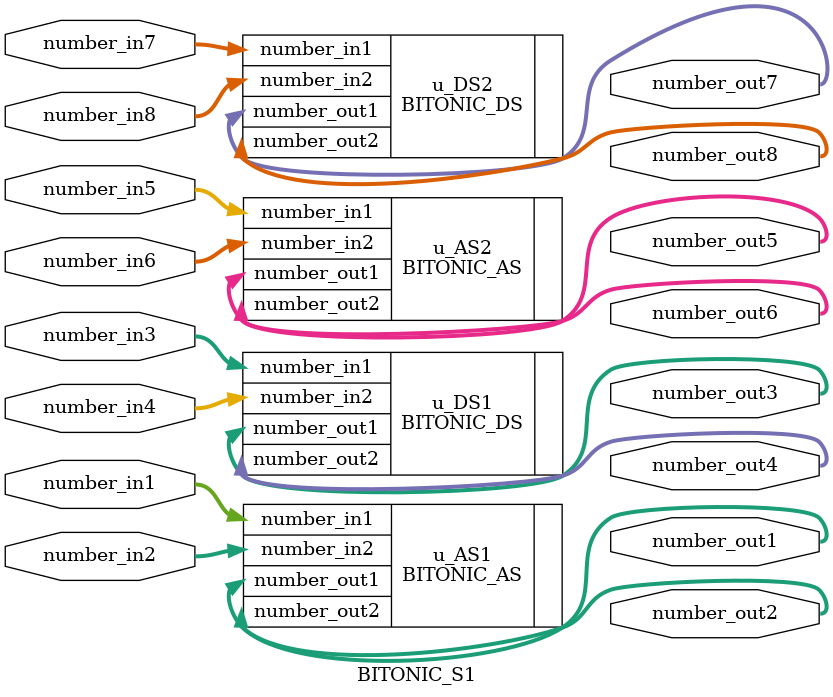
<source format=v>
module BITONIC_S1(  number_in1, number_in2, number_in3, number_in4,
                    number_in5, number_in6, number_in7, number_in8,
                    number_out1, number_out2, number_out3, number_out4,
                    number_out5, number_out6, number_out7, number_out8);

input  [7:0] number_in1;
input  [7:0] number_in2;
input  [7:0] number_in3;
input  [7:0] number_in4;
input  [7:0] number_in5;
input  [7:0] number_in6;
input  [7:0] number_in7;
input  [7:0] number_in8;

output  [7:0] number_out1;
output  [7:0] number_out2;
output  [7:0] number_out3;
output  [7:0] number_out4;
output  [7:0] number_out5;
output  [7:0] number_out6;
output  [7:0] number_out7;
output  [7:0] number_out8;

BITONIC_AS u_AS1(.number_in1(number_in1), .number_in2(number_in2), .number_out1(number_out1), .number_out2(number_out2));
BITONIC_DS u_DS1(.number_in1(number_in3), .number_in2(number_in4), .number_out1(number_out3), .number_out2(number_out4));
BITONIC_AS u_AS2(.number_in1(number_in5), .number_in2(number_in6), .number_out1(number_out5), .number_out2(number_out6));
BITONIC_DS u_DS2(.number_in1(number_in7), .number_in2(number_in8), .number_out1(number_out7), .number_out2(number_out8));

endmodule
</source>
